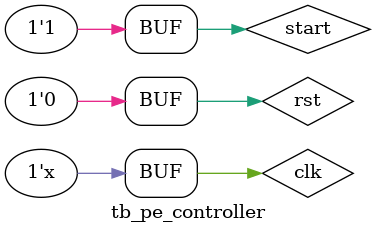
<source format=v>
`timescale 1ns / 1ps

module tb_pe_controller();

    reg start, rst, clk;
    reg [31:0] mem [0:31];
    wire [5:0] rdaddr;
    wire [31:0] wrdata;
    wire done;
    
    my_pe_controller PE_CONTROLLER(
        .start(start),
        .aresetn(~rst),
        .aclk(clk),
        .rddata(mem[rdaddr]),
        .rdaddr(rdaddr),
        .wrdata(wrdata),
        .done(done)
    );
    
    initial begin
        clk <= 0;
        rst <= 1;
        start <= 0;
        #20;
        rst <= 0;
        start <= 1;
        
        // assign values to mem (0.0~15.0 for mem[0]~mem[15] and 1.0~16.0 for mem[16]~mem[31])
        mem[0] = 32'h00000000; mem[1] = 32'h3f800000; mem[2] = 32'h40000000; mem[3] = 32'h40400000; 
        mem[4] = 32'h40800000; mem[5] = 32'h40a00000; mem[6] = 32'h40c00000; mem[7] = 32'h40e00000;
        mem[8] = 32'h41000000; mem[9] = 32'h41100000; mem[10] = 32'h41200000; mem[11] = 32'h41300000;
        mem[12] = 32'h41400000; mem[13] = 32'h41500000; mem[14] = 32'h41600000; mem[15] = 32'h41700000;
        mem[16] = 32'h3f800000; mem[17] = 32'h40000000; mem[18] = 32'h40400000; mem[19] = 32'h40800000; 
        mem[20] = 32'h40a00000; mem[21] = 32'h40c00000; mem[22] = 32'h40e00000; mem[23] = 32'h41000000; 
        mem[24] = 32'h41100000; mem[25] = 32'h41200000; mem[26] = 32'h41300000; mem[27] = 32'h41400000; 
        mem[28] = 32'h41500000; mem[29] = 32'h41600000; mem[30] = 32'h41700000; mem[31] = 32'h41800000;
    end
    
    always #5 clk = ~clk;

endmodule

</source>
